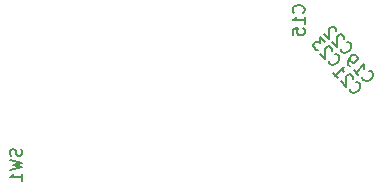
<source format=gbo>
G04 #@! TF.GenerationSoftware,KiCad,Pcbnew,(5.1.6)-1*
G04 #@! TF.CreationDate,2020-12-22T11:02:33+08:00*
G04 #@! TF.ProjectId,V1.0,56312e30-2e6b-4696-9361-645f70636258,rev?*
G04 #@! TF.SameCoordinates,Original*
G04 #@! TF.FileFunction,Legend,Bot*
G04 #@! TF.FilePolarity,Positive*
%FSLAX46Y46*%
G04 Gerber Fmt 4.6, Leading zero omitted, Abs format (unit mm)*
G04 Created by KiCad (PCBNEW (5.1.6)-1) date 2020-12-22 11:02:33*
%MOMM*%
%LPD*%
G01*
G04 APERTURE LIST*
%ADD10C,0.150000*%
G04 APERTURE END LIST*
D10*
X40588030Y-20074606D02*
X40588030Y-20141950D01*
X40655374Y-20276637D01*
X40722717Y-20343980D01*
X40857404Y-20411324D01*
X40992091Y-20411324D01*
X41093106Y-20377652D01*
X41261465Y-20276637D01*
X41362480Y-20175622D01*
X41463496Y-20007263D01*
X41497167Y-19906248D01*
X41497167Y-19771561D01*
X41429824Y-19636874D01*
X41362480Y-19569530D01*
X41227793Y-19502187D01*
X41160450Y-19502187D01*
X40891076Y-19232812D02*
X40891076Y-19165469D01*
X40857404Y-19064454D01*
X40689045Y-18896095D01*
X40588030Y-18862423D01*
X40520687Y-18862423D01*
X40419671Y-18896095D01*
X40352328Y-18963438D01*
X40284984Y-19098125D01*
X40284984Y-19906248D01*
X39847251Y-19468515D01*
X40318656Y-18525706D02*
X39880923Y-18087973D01*
X39847251Y-18593049D01*
X39746236Y-18492034D01*
X39645221Y-18458362D01*
X39577877Y-18458362D01*
X39476862Y-18492034D01*
X39308503Y-18660393D01*
X39274832Y-18761408D01*
X39274832Y-18828751D01*
X39308503Y-18929767D01*
X39510534Y-19131797D01*
X39611549Y-19165469D01*
X39678893Y-19165469D01*
X14565261Y-27559166D02*
X14612880Y-27702023D01*
X14612880Y-27940119D01*
X14565261Y-28035357D01*
X14517642Y-28082976D01*
X14422404Y-28130595D01*
X14327166Y-28130595D01*
X14231928Y-28082976D01*
X14184309Y-28035357D01*
X14136690Y-27940119D01*
X14089071Y-27749642D01*
X14041452Y-27654404D01*
X13993833Y-27606785D01*
X13898595Y-27559166D01*
X13803357Y-27559166D01*
X13708119Y-27606785D01*
X13660500Y-27654404D01*
X13612880Y-27749642D01*
X13612880Y-27987738D01*
X13660500Y-28130595D01*
X13612880Y-28463928D02*
X14612880Y-28702023D01*
X13898595Y-28892500D01*
X14612880Y-29082976D01*
X13612880Y-29321071D01*
X14612880Y-30225833D02*
X14612880Y-29654404D01*
X14612880Y-29940119D02*
X13612880Y-29940119D01*
X13755738Y-29844880D01*
X13850976Y-29749642D01*
X13898595Y-29654404D01*
X41604030Y-19058606D02*
X41604030Y-19125950D01*
X41671374Y-19260637D01*
X41738717Y-19327980D01*
X41873404Y-19395324D01*
X42008091Y-19395324D01*
X42109106Y-19361652D01*
X42277465Y-19260637D01*
X42378480Y-19159622D01*
X42479496Y-18991263D01*
X42513167Y-18890248D01*
X42513167Y-18755561D01*
X42445824Y-18620874D01*
X42378480Y-18553530D01*
X42243793Y-18486187D01*
X42176450Y-18486187D01*
X41907076Y-18216812D02*
X41907076Y-18149469D01*
X41873404Y-18048454D01*
X41705045Y-17880095D01*
X41604030Y-17846423D01*
X41536687Y-17846423D01*
X41435671Y-17880095D01*
X41368328Y-17947438D01*
X41300984Y-18082125D01*
X41300984Y-18890248D01*
X40863251Y-18452515D01*
X41233641Y-17543377D02*
X41233641Y-17476034D01*
X41199969Y-17375019D01*
X41031610Y-17206660D01*
X40930595Y-17172988D01*
X40863251Y-17172988D01*
X40762236Y-17206660D01*
X40694893Y-17274003D01*
X40627549Y-17408690D01*
X40627549Y-18216812D01*
X40189816Y-17779080D01*
X42366030Y-22424106D02*
X42366030Y-22491450D01*
X42433374Y-22626137D01*
X42500717Y-22693480D01*
X42635404Y-22760824D01*
X42770091Y-22760824D01*
X42871106Y-22727152D01*
X43039465Y-22626137D01*
X43140480Y-22525122D01*
X43241496Y-22356763D01*
X43275167Y-22255748D01*
X43275167Y-22121061D01*
X43207824Y-21986374D01*
X43140480Y-21919030D01*
X43005793Y-21851687D01*
X42938450Y-21851687D01*
X42669076Y-21582312D02*
X42669076Y-21514969D01*
X42635404Y-21413954D01*
X42467045Y-21245595D01*
X42366030Y-21211923D01*
X42298687Y-21211923D01*
X42197671Y-21245595D01*
X42130328Y-21312938D01*
X42062984Y-21447625D01*
X42062984Y-22255748D01*
X41625251Y-21818015D01*
X40951816Y-21144580D02*
X41355877Y-21548641D01*
X41153847Y-21346610D02*
X41860954Y-20639503D01*
X41827282Y-20807862D01*
X41827282Y-20942549D01*
X41860954Y-21043564D01*
X43445530Y-21471606D02*
X43445530Y-21538950D01*
X43512874Y-21673637D01*
X43580217Y-21740980D01*
X43714904Y-21808324D01*
X43849591Y-21808324D01*
X43950606Y-21774652D01*
X44118965Y-21673637D01*
X44219980Y-21572622D01*
X44320996Y-21404263D01*
X44354667Y-21303248D01*
X44354667Y-21168561D01*
X44287324Y-21033874D01*
X44219980Y-20966530D01*
X44085293Y-20899187D01*
X44017950Y-20899187D01*
X42704751Y-20865515D02*
X43108812Y-21269576D01*
X42906782Y-21067545D02*
X43613889Y-20360438D01*
X43580217Y-20528797D01*
X43580217Y-20663484D01*
X43613889Y-20764500D01*
X42368034Y-20528797D02*
X42233347Y-20394110D01*
X42199675Y-20293095D01*
X42199675Y-20225751D01*
X42233347Y-20057393D01*
X42334362Y-19889034D01*
X42603736Y-19619660D01*
X42704751Y-19585988D01*
X42772095Y-19585988D01*
X42873110Y-19619660D01*
X43007797Y-19754347D01*
X43041469Y-19855362D01*
X43041469Y-19922706D01*
X43007797Y-20023721D01*
X42839438Y-20192080D01*
X42738423Y-20225751D01*
X42671080Y-20225751D01*
X42570064Y-20192080D01*
X42435377Y-20057393D01*
X42401706Y-19956377D01*
X42401706Y-19889034D01*
X42435377Y-19788019D01*
X38457142Y-15994142D02*
X38504761Y-15946523D01*
X38552380Y-15803666D01*
X38552380Y-15708428D01*
X38504761Y-15565571D01*
X38409523Y-15470333D01*
X38314285Y-15422714D01*
X38123809Y-15375095D01*
X37980952Y-15375095D01*
X37790476Y-15422714D01*
X37695238Y-15470333D01*
X37600000Y-15565571D01*
X37552380Y-15708428D01*
X37552380Y-15803666D01*
X37600000Y-15946523D01*
X37647619Y-15994142D01*
X38552380Y-16946523D02*
X38552380Y-16375095D01*
X38552380Y-16660809D02*
X37552380Y-16660809D01*
X37695238Y-16565571D01*
X37790476Y-16470333D01*
X37838095Y-16375095D01*
X37552380Y-17851285D02*
X37552380Y-17375095D01*
X38028571Y-17327476D01*
X37980952Y-17375095D01*
X37933333Y-17470333D01*
X37933333Y-17708428D01*
X37980952Y-17803666D01*
X38028571Y-17851285D01*
X38123809Y-17898904D01*
X38361904Y-17898904D01*
X38457142Y-17851285D01*
X38504761Y-17803666D01*
X38552380Y-17708428D01*
X38552380Y-17470333D01*
X38504761Y-17375095D01*
X38457142Y-17327476D01*
M02*

</source>
